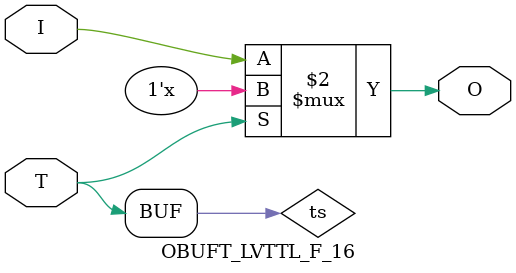
<source format=v>

/*

FUNCTION    : TRI-STATE OUTPUT BUFFER

*/

`celldefine
`timescale  100 ps / 10 ps

module OBUFT_LVTTL_F_16 (O, I, T);

    output O;

    input  I, T;

    or O1 (ts, 1'b0, T);
    bufif0 T1 (O, I, ts);

endmodule

</source>
